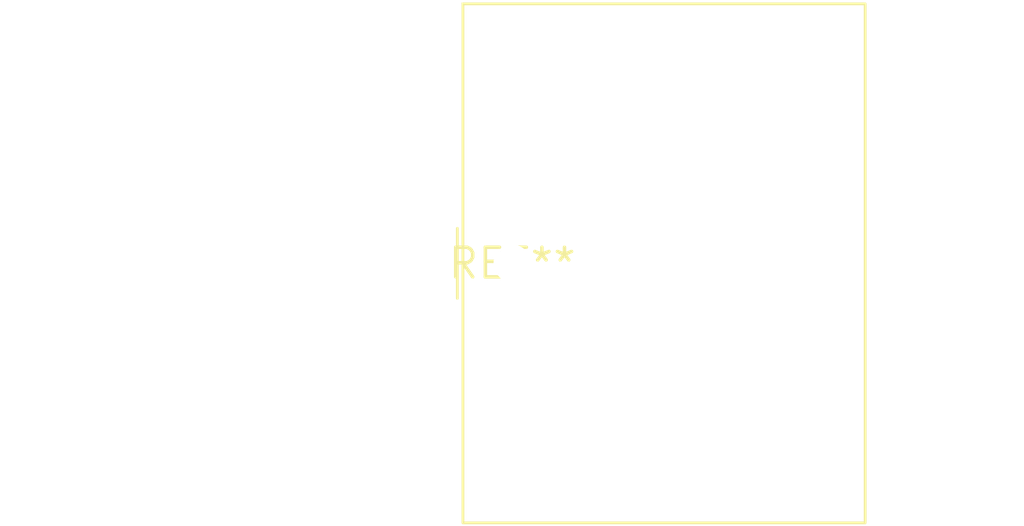
<source format=kicad_pcb>
(kicad_pcb (version 20240108) (generator pcbnew)
  (layers (0 "F.Cu" signal) (31 "B.Cu" signal) (34 "B.Paste" user) (35 "F.Paste" user) (36 "B.SilkS" user "B.Silkscreen") (37 "F.SilkS" user "F.Silkscreen") (38 "B.Mask" user) (39 "F.Mask" user) (44 "Edge.Cuts" user))
  (net 0 "")
  (footprint "L_Wurth_WE-HCFT-2012_LeadDiameter1.2mm" (layer "F.Cu") (at 0 0)
    (property "Reference" "REF**")
    (property "Value" "L_Wurth_WE-HCFT-2012_LeadDiameter1.2mm")
    (fp_line (start -2.35 -1.5) (end -2.35 1.5) (layer "F.SilkS") (stroke (width 0.12)))
    (fp_rect (start -2.11 -11.11) (end 15.11 11.11) (layer "F.SilkS") (stroke (width 0.12)) (fill none))
    (pad "1" thru_hole rect (at 0 0) (size 2.4 2.4) (drill 1.6) (layers *.Cu *.Mask) (remove_unused_layers))
    (pad "2" thru_hole circle (at 13 0) (size 2.4 2.4) (drill 1.6) (layers *.Cu *.Mask) (remove_unused_layers))
  )
)
</source>
